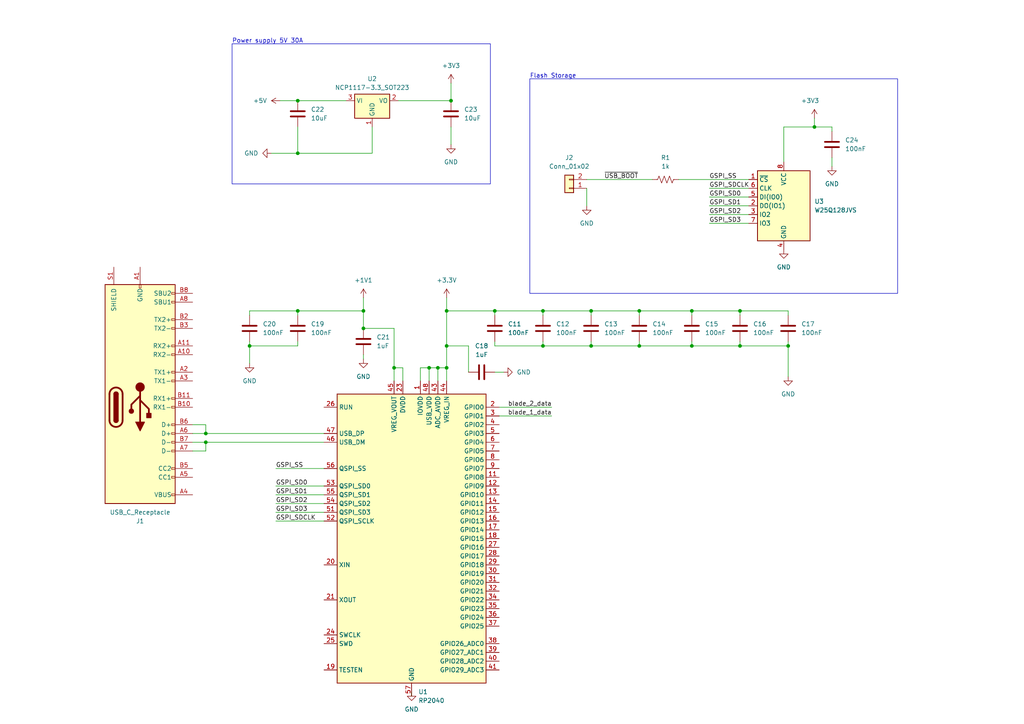
<source format=kicad_sch>
(kicad_sch (version 20230121) (generator eeschema)
  (paper "A4")
  (lib_symbols
    (symbol "Connector:USB_C_Receptacle" (pin_names (offset 1.016))
      (property "Reference" "J" (at -10.16 29.21 0))
      (property "Value" "USB_C_Receptacle" (at 10.16 29.21 0))
      (symbol "USB_C_Receptacle_0_0"
        (rectangle (start -0.254 -35.56) (end 0.254 -34.544))
        (rectangle (start 10.16 -32.766) (end 9.144 -33.274))
        (rectangle (start 10.16 -30.226) (end 9.144 -30.734))
        (rectangle (start 10.16 -25.146) (end 9.144 -25.654))
        (rectangle (start 10.16 -22.606) (end 9.144 -23.114))
        (rectangle (start 10.16 -17.526) (end 9.144 -18.034))
        (rectangle (start 10.16 -14.986) (end 9.144 -15.494))
        (rectangle (start 10.16 -9.906) (end 9.144 -10.414))
        (rectangle (start 10.16 -7.366) (end 9.144 -7.874))
        (rectangle (start 10.16 -2.286) (end 9.144 -2.794))
        (rectangle (start 10.16 0.254) (end 9.144 -0.254))
        (rectangle (start 10.16 5.334) (end 9.144 4.826))
        (rectangle (start 10.16 7.874) (end 9.144 7.366))
        (rectangle (start 10.16 10.414) (end 9.144 9.906))
        (rectangle (start 10.16 12.954) (end 9.144 12.446))
        (rectangle (start 10.16 18.034) (end 9.144 17.526))
        (rectangle (start 10.16 20.574) (end 9.144 20.066))
        (rectangle (start 10.16 25.654) (end 9.144 25.146))
      )
      (symbol "USB_C_Receptacle_0_1"
        (rectangle (start -10.16 27.94) (end 10.16 -35.56) (stroke (width 0.254)) (fill (type background)))
        (arc (start -8.89 -3.81) (mid -6.985 -5.7067) (end -5.08 -3.81) (stroke (width 0.508)))
        (arc (start -7.62 -3.81) (mid -6.985 -4.4423) (end -6.35 -3.81) (stroke (width 0.254)))
        (arc (start -7.62 -3.81) (mid -6.985 -4.4423) (end -6.35 -3.81) (stroke (width 0.254)) (fill (type outline)))
        (rectangle (start -7.62 -3.81) (end -6.35 3.81) (stroke (width 0.254)) (fill (type outline)))
        (arc (start -6.35 3.81) (mid -6.985 4.4423) (end -7.62 3.81) (stroke (width 0.254)))
        (arc (start -6.35 3.81) (mid -6.985 4.4423) (end -7.62 3.81) (stroke (width 0.254)) (fill (type outline)))
        (arc (start -5.08 3.81) (mid -6.985 5.7067) (end -8.89 3.81) (stroke (width 0.508)))
        (polyline (pts (xy -8.89 -3.81) (xy -8.89 3.81)) (stroke (width 0.508)))
        (polyline (pts (xy -5.08 3.81) (xy -5.08 -3.81)) (stroke (width 0.508)))
      )
      (symbol "USB_C_Receptacle_1_1"
        (circle (center -2.54 1.143) (radius 0.635) (stroke (width 0.254)) (fill (type outline)))
        (circle (center 0 -5.842) (radius 1.27) (fill (type outline)))
        (polyline (pts (xy 0 -5.842) (xy 0 4.318)) (stroke (width 0.508)))
        (polyline (pts (xy 0 -3.302) (xy -2.54 -0.762) (xy -2.54 0.508)) (stroke (width 0.508)))
        (polyline (pts (xy 0 -2.032) (xy 2.54 0.508) (xy 2.54 1.778)) (stroke (width 0.508)))
        (polyline (pts (xy -1.27 4.318) (xy 0 6.858) (xy 1.27 4.318) (xy -1.27 4.318)) (stroke (width 0.254)) (fill (type outline)))
        (rectangle (start 1.905 1.778) (end 3.175 3.048) (stroke (width 0.254)) (fill (type outline)))
        (pin passive line (at 0 -40.64 90) (length 5.08) (name "GND") (number "A1"))
        (pin bidirectional line (at 15.24 -15.24 180) (length 5.08) (name "RX2-") (number "A10"))
        (pin bidirectional line (at 15.24 -17.78 180) (length 5.08) (name "RX2+") (number "A11"))
        (pin passive line (at 0 -40.64 90) (length 5.08) hide (name "GND") (number "A12"))
        (pin bidirectional line (at 15.24 -10.16 180) (length 5.08) (name "TX1+") (number "A2"))
        (pin bidirectional line (at 15.24 -7.62 180) (length 5.08) (name "TX1-") (number "A3"))
        (pin passive line (at 15.24 25.4 180) (length 5.08) (name "VBUS") (number "A4"))
        (pin bidirectional line (at 15.24 20.32 180) (length 5.08) (name "CC1") (number "A5"))
        (pin bidirectional line (at 15.24 7.62 180) (length 5.08) (name "D+") (number "A6"))
        (pin bidirectional line (at 15.24 12.7 180) (length 5.08) (name "D-") (number "A7"))
        (pin bidirectional line (at 15.24 -30.48 180) (length 5.08) (name "SBU1") (number "A8"))
        (pin passive line (at 15.24 25.4 180) (length 5.08) hide (name "VBUS") (number "A9"))
        (pin passive line (at 0 -40.64 90) (length 5.08) hide (name "GND") (number "B1"))
        (pin bidirectional line (at 15.24 0 180) (length 5.08) (name "RX1-") (number "B10"))
        (pin bidirectional line (at 15.24 -2.54 180) (length 5.08) (name "RX1+") (number "B11"))
        (pin passive line (at 0 -40.64 90) (length 5.08) hide (name "GND") (number "B12"))
        (pin bidirectional line (at 15.24 -25.4 180) (length 5.08) (name "TX2+") (number "B2"))
        (pin bidirectional line (at 15.24 -22.86 180) (length 5.08) (name "TX2-") (number "B3"))
        (pin passive line (at 15.24 25.4 180) (length 5.08) hide (name "VBUS") (number "B4"))
        (pin bidirectional line (at 15.24 17.78 180) (length 5.08) (name "CC2") (number "B5"))
        (pin bidirectional line (at 15.24 5.08 180) (length 5.08) (name "D+") (number "B6"))
        (pin bidirectional line (at 15.24 10.16 180) (length 5.08) (name "D-") (number "B7"))
        (pin bidirectional line (at 15.24 -33.02 180) (length 5.08) (name "SBU2") (number "B8"))
        (pin passive line (at 15.24 25.4 180) (length 5.08) hide (name "VBUS") (number "B9"))
        (pin passive line (at -7.62 -40.64 90) (length 5.08) (name "SHIELD") (number "S1"))
      )
    )
    (symbol "Connector_Generic:Conn_01x02" (pin_names (offset 1.016) hide)
      (property "Reference" "J" (at 0 2.54 0))
      (property "Value" "Conn_01x02" (at 0 -5.08 0))
      (symbol "Conn_01x02_1_1"
        (rectangle (start -1.27 -2.413) (end 0 -2.667) (stroke (width 0.1524)))
        (rectangle (start -1.27 0.127) (end 0 -0.127) (stroke (width 0.1524)))
        (rectangle (start -1.27 1.27) (end 1.27 -3.81) (stroke (width 0.254)) (fill (type background)))
        (pin passive line (at -5.08 0 0) (length 3.81) (name "Pin_1") (number "1"))
        (pin passive line (at -5.08 -2.54 0) (length 3.81) (name "Pin_2") (number "2"))
      )
    )
    (symbol "Device:C" (pin_numbers hide) (pin_names (offset 0.254))
      (property "Reference" "C" (at 0.635 2.54 0))
      (property "Value" "C" (at 0.635 -2.54 0))
      (symbol "C_0_1"
        (polyline (pts (xy -2.032 -0.762) (xy 2.032 -0.762)) (stroke (width 0.508)))
        (polyline (pts (xy -2.032 0.762) (xy 2.032 0.762)) (stroke (width 0.508)))
      )
      (symbol "C_1_1"
        (pin passive line (at 0 3.81 270) (length 2.794) (name "~") (number "1"))
        (pin passive line (at 0 -3.81 90) (length 2.794) (name "~") (number "2"))
      )
    )
    (symbol "Device:R_US" (pin_numbers hide) (pin_names (offset 0))
      (property "Reference" "R" (at 2.54 0 90))
      (property "Value" "R_US" (at -2.54 0 90))
      (symbol "R_US_0_1"
        (polyline (pts (xy 0 -2.286) (xy 0 -2.54)))
        (polyline (pts (xy 0 2.286) (xy 0 2.54)))
        (polyline (pts (xy 0 -0.762) (xy 1.016 -1.143) (xy 0 -1.524) (xy -1.016 -1.905) (xy 0 -2.286)))
        (polyline (pts (xy 0 0.762) (xy 1.016 0.381) (xy 0 0) (xy -1.016 -0.381) (xy 0 -0.762)))
        (polyline (pts (xy 0 2.286) (xy 1.016 1.905) (xy 0 1.524) (xy -1.016 1.143) (xy 0 0.762)))
      )
      (symbol "R_US_1_1"
        (pin passive line (at 0 3.81 270) (length 1.27) (name "~") (number "1"))
        (pin passive line (at 0 -3.81 90) (length 1.27) (name "~") (number "2"))
      )
    )
    (symbol "MCU_RaspberryPi:RP2040"
      (property "Reference" "U" (at 17.78 45.72 0))
      (property "Value" "RP2040" (at 17.78 43.18 0))
      (symbol "RP2040_0_1"
        (rectangle (start -21.59 41.91) (end 21.59 -41.91) (stroke (width 0.254)) (fill (type background)))
      )
      (symbol "RP2040_1_1"
        (pin power_in line (at 2.54 45.72 270) (length 3.81) (name "IOVDD") (number "1"))
        (pin passive line (at 2.54 45.72 270) (length 3.81) hide (name "IOVDD") (number "10"))
        (pin bidirectional line (at 25.4 17.78 180) (length 3.81) (name "GPIO8") (number "11"))
        (pin bidirectional line (at 25.4 15.24 180) (length 3.81) (name "GPIO9") (number "12"))
        (pin bidirectional line (at 25.4 12.7 180) (length 3.81) (name "GPIO10") (number "13"))
        (pin bidirectional line (at 25.4 10.16 180) (length 3.81) (name "GPIO11") (number "14"))
        (pin bidirectional line (at 25.4 7.62 180) (length 3.81) (name "GPIO12") (number "15"))
        (pin bidirectional line (at 25.4 5.08 180) (length 3.81) (name "GPIO13") (number "16"))
        (pin bidirectional line (at 25.4 2.54 180) (length 3.81) (name "GPIO14") (number "17"))
        (pin bidirectional line (at 25.4 0 180) (length 3.81) (name "GPIO15") (number "18"))
        (pin input line (at -25.4 -38.1 0) (length 3.81) (name "TESTEN") (number "19"))
        (pin bidirectional line (at 25.4 38.1 180) (length 3.81) (name "GPIO0") (number "2"))
        (pin input line (at -25.4 -7.62 0) (length 3.81) (name "XIN") (number "20"))
        (pin passive line (at -25.4 -17.78 0) (length 3.81) (name "XOUT") (number "21"))
        (pin passive line (at 2.54 45.72 270) (length 3.81) hide (name "IOVDD") (number "22"))
        (pin power_in line (at -2.54 45.72 270) (length 3.81) (name "DVDD") (number "23"))
        (pin input line (at -25.4 -27.94 0) (length 3.81) (name "SWCLK") (number "24"))
        (pin bidirectional line (at -25.4 -30.48 0) (length 3.81) (name "SWD") (number "25"))
        (pin input line (at -25.4 38.1 0) (length 3.81) (name "RUN") (number "26"))
        (pin bidirectional line (at 25.4 -2.54 180) (length 3.81) (name "GPIO16") (number "27"))
        (pin bidirectional line (at 25.4 -5.08 180) (length 3.81) (name "GPIO17") (number "28"))
        (pin bidirectional line (at 25.4 -7.62 180) (length 3.81) (name "GPIO18") (number "29"))
        (pin bidirectional line (at 25.4 35.56 180) (length 3.81) (name "GPIO1") (number "3"))
        (pin bidirectional line (at 25.4 -10.16 180) (length 3.81) (name "GPIO19") (number "30"))
        (pin bidirectional line (at 25.4 -12.7 180) (length 3.81) (name "GPIO20") (number "31"))
        (pin bidirectional line (at 25.4 -15.24 180) (length 3.81) (name "GPIO21") (number "32"))
        (pin passive line (at 2.54 45.72 270) (length 3.81) hide (name "IOVDD") (number "33"))
        (pin bidirectional line (at 25.4 -17.78 180) (length 3.81) (name "GPIO22") (number "34"))
        (pin bidirectional line (at 25.4 -20.32 180) (length 3.81) (name "GPIO23") (number "35"))
        (pin bidirectional line (at 25.4 -22.86 180) (length 3.81) (name "GPIO24") (number "36"))
        (pin bidirectional line (at 25.4 -25.4 180) (length 3.81) (name "GPIO25") (number "37"))
        (pin bidirectional line (at 25.4 -30.48 180) (length 3.81) (name "GPIO26_ADC0") (number "38"))
        (pin bidirectional line (at 25.4 -33.02 180) (length 3.81) (name "GPIO27_ADC1") (number "39"))
        (pin bidirectional line (at 25.4 33.02 180) (length 3.81) (name "GPIO2") (number "4"))
        (pin bidirectional line (at 25.4 -35.56 180) (length 3.81) (name "GPIO28_ADC2") (number "40"))
        (pin bidirectional line (at 25.4 -38.1 180) (length 3.81) (name "GPIO29_ADC3") (number "41"))
        (pin passive line (at 2.54 45.72 270) (length 3.81) hide (name "IOVDD") (number "42"))
        (pin power_in line (at 7.62 45.72 270) (length 3.81) (name "ADC_AVDD") (number "43"))
        (pin power_in line (at 10.16 45.72 270) (length 3.81) (name "VREG_IN") (number "44"))
        (pin power_out line (at -5.08 45.72 270) (length 3.81) (name "VREG_VOUT") (number "45"))
        (pin bidirectional line (at -25.4 27.94 0) (length 3.81) (name "USB_DM") (number "46"))
        (pin bidirectional line (at -25.4 30.48 0) (length 3.81) (name "USB_DP") (number "47"))
        (pin power_in line (at 5.08 45.72 270) (length 3.81) (name "USB_VDD") (number "48"))
        (pin passive line (at 2.54 45.72 270) (length 3.81) hide (name "IOVDD") (number "49"))
        (pin bidirectional line (at 25.4 30.48 180) (length 3.81) (name "GPIO3") (number "5"))
        (pin passive line (at -2.54 45.72 270) (length 3.81) hide (name "DVDD") (number "50"))
        (pin bidirectional line (at -25.4 7.62 0) (length 3.81) (name "QSPI_SD3") (number "51"))
        (pin output line (at -25.4 5.08 0) (length 3.81) (name "QSPI_SCLK") (number "52"))
        (pin bidirectional line (at -25.4 15.24 0) (length 3.81) (name "QSPI_SD0") (number "53"))
        (pin bidirectional line (at -25.4 10.16 0) (length 3.81) (name "QSPI_SD2") (number "54"))
        (pin bidirectional line (at -25.4 12.7 0) (length 3.81) (name "QSPI_SD1") (number "55"))
        (pin bidirectional line (at -25.4 20.32 0) (length 3.81) (name "QSPI_SS") (number "56"))
        (pin power_in line (at 0 -45.72 90) (length 3.81) (name "GND") (number "57"))
        (pin bidirectional line (at 25.4 27.94 180) (length 3.81) (name "GPIO4") (number "6"))
        (pin bidirectional line (at 25.4 25.4 180) (length 3.81) (name "GPIO5") (number "7"))
        (pin bidirectional line (at 25.4 22.86 180) (length 3.81) (name "GPIO6") (number "8"))
        (pin bidirectional line (at 25.4 20.32 180) (length 3.81) (name "GPIO7") (number "9"))
      )
    )
    (symbol "Memory_Flash:W25Q128JVS"
      (property "Reference" "U" (at -8.89 8.89 0))
      (property "Value" "W25Q128JVS" (at 7.62 8.89 0))
      (symbol "W25Q128JVS_0_1"
        (rectangle (start -7.62 10.16) (end 7.62 -10.16) (stroke (width 0.254)) (fill (type background)))
      )
      (symbol "W25Q128JVS_1_1"
        (pin input line (at -10.16 7.62 0) (length 2.54) (name "~{CS}") (number "1"))
        (pin bidirectional line (at -10.16 0 0) (length 2.54) (name "DO(IO1)") (number "2"))
        (pin bidirectional line (at -10.16 -2.54 0) (length 2.54) (name "IO2") (number "3"))
        (pin power_in line (at 0 -12.7 90) (length 2.54) (name "GND") (number "4"))
        (pin bidirectional line (at -10.16 2.54 0) (length 2.54) (name "DI(IO0)") (number "5"))
        (pin input line (at -10.16 5.08 0) (length 2.54) (name "CLK") (number "6"))
        (pin bidirectional line (at -10.16 -5.08 0) (length 2.54) (name "IO3") (number "7"))
        (pin power_in line (at 0 12.7 270) (length 2.54) (name "VCC") (number "8"))
      )
    )
    (symbol "Regulator_Linear:NCP1117-3.3_SOT223"
      (property "Reference" "U" (at -3.81 3.175 0))
      (property "Value" "NCP1117-3.3_SOT223" (at 0 3.175 0))
      (symbol "NCP1117-3.3_SOT223_0_1"
        (rectangle (start -5.08 -5.08) (end 5.08 1.905) (stroke (width 0.254)) (fill (type background)))
      )
      (symbol "NCP1117-3.3_SOT223_1_1"
        (pin power_in line (at 0 -7.62 90) (length 2.54) (name "GND") (number "1"))
        (pin power_out line (at 7.62 0 180) (length 2.54) (name "VO") (number "2"))
        (pin power_in line (at -7.62 0 0) (length 2.54) (name "VI") (number "3"))
      )
    )
    (symbol "power:+1V1" (power) (pin_names (offset 0))
      (property "Value" "+1V1" (at 0 3.556 0))
      (symbol "+1V1_0_1"
        (polyline (pts (xy -0.762 1.27) (xy 0 2.54)))
        (polyline (pts (xy 0 0) (xy 0 2.54)))
        (polyline (pts (xy 0 2.54) (xy 0.762 1.27)))
      )
      (symbol "+1V1_1_1"
        (pin power_in line (at 0 0 90) (length 0) hide (name "+1V1") (number "1"))
      )
    )
    (symbol "power:+3.3V" (power) (pin_names (offset 0))
      (property "Value" "+3.3V" (at 0 3.556 0))
      (symbol "+3.3V_0_1"
        (polyline (pts (xy -0.762 1.27) (xy 0 2.54)))
        (polyline (pts (xy 0 0) (xy 0 2.54)))
        (polyline (pts (xy 0 2.54) (xy 0.762 1.27)))
      )
      (symbol "+3.3V_1_1"
        (pin power_in line (at 0 0 90) (length 0) hide (name "+3.3V") (number "1"))
      )
    )
    (symbol "power:+3V3" (power) (pin_names (offset 0))
      (property "Value" "+3V3" (at 0 3.556 0))
      (symbol "+3V3_0_1"
        (polyline (pts (xy -0.762 1.27) (xy 0 2.54)))
        (polyline (pts (xy 0 0) (xy 0 2.54)))
        (polyline (pts (xy 0 2.54) (xy 0.762 1.27)))
      )
      (symbol "+3V3_1_1"
        (pin power_in line (at 0 0 90) (length 0) hide (name "+3V3") (number "1"))
      )
    )
    (symbol "power:+5V" (power) (pin_names (offset 0))
      (property "Value" "+5V" (at 0 3.556 0))
      (symbol "+5V_0_1"
        (polyline (pts (xy -0.762 1.27) (xy 0 2.54)))
        (polyline (pts (xy 0 0) (xy 0 2.54)))
        (polyline (pts (xy 0 2.54) (xy 0.762 1.27)))
      )
      (symbol "+5V_1_1"
        (pin power_in line (at 0 0 90) (length 0) hide (name "+5V") (number "1"))
      )
    )
    (symbol "power:GND" (power) (pin_names (offset 0))
      (property "Value" "GND" (at 0 -3.81 0))
      (symbol "GND_0_1"
        (polyline (pts (xy 0 0) (xy 0 -1.27) (xy 1.27 -1.27) (xy 0 -2.54) (xy -1.27 -1.27) (xy 0 -1.27)))
      )
      (symbol "GND_1_1"
        (pin power_in line (at 0 0 270) (length 0) hide (name "GND") (number "1"))
      )
    )
  )
  (junction (at 228.6 100.33))
  (junction (at 157.48 90.17))
  (junction (at 214.63 100.33))
  (junction (at 59.69 128.27))
  (junction (at 86.36 29.21))
  (junction (at 127 106.68))
  (junction (at 185.42 90.17))
  (junction (at 86.36 90.17))
  (junction (at 124.46 106.68))
  (junction (at 105.41 90.17))
  (junction (at 157.48 100.33))
  (junction (at 200.66 90.17))
  (junction (at 129.54 100.33))
  (junction (at 214.63 90.17))
  (junction (at 129.54 106.68))
  (junction (at 129.54 90.17))
  (junction (at 143.51 90.17))
  (junction (at 59.69 125.73))
  (junction (at 86.36 44.45))
  (junction (at 171.45 90.17))
  (junction (at 72.39 100.33))
  (junction (at 130.81 29.21))
  (junction (at 200.66 100.33))
  (junction (at 171.45 100.33))
  (junction (at 114.3 106.68))
  (junction (at 105.41 95.25))
  (junction (at 236.22 36.83))
  (junction (at 185.42 100.33))
  (wire (pts (xy 129.54 90.17) (xy 143.51 90.17)))
  (wire (pts (xy 227.33 36.83) (xy 227.33 46.99)))
  (wire (pts (xy 200.66 91.44) (xy 200.66 90.17)))
  (wire (pts (xy 80.01 135.89) (xy 93.98 135.89)))
  (wire (pts (xy 157.48 91.44) (xy 157.48 90.17)))
  (wire (pts (xy 80.01 151.13) (xy 93.98 151.13)))
  (wire (pts (xy 227.33 36.83) (xy 236.22 36.83)))
  (wire (pts (xy 127 106.68) (xy 124.46 106.68)))
  (wire (pts (xy 185.42 100.33) (xy 185.42 99.06)))
  (wire (pts (xy 130.81 24.13) (xy 130.81 29.21)))
  (wire (pts (xy 59.69 123.19) (xy 59.69 125.73)))
  (wire (pts (xy 130.81 36.83) (xy 130.81 41.91)))
  (wire (pts (xy 171.45 100.33) (xy 185.42 100.33)))
  (wire (pts (xy 59.69 128.27) (xy 93.98 128.27)))
  (wire (pts (xy 143.51 90.17) (xy 157.48 90.17)))
  (wire (pts (xy 80.01 143.51) (xy 93.98 143.51)))
  (wire (pts (xy 205.74 62.23) (xy 217.17 62.23)))
  (wire (pts (xy 107.95 44.45) (xy 107.95 36.83)))
  (wire (pts (xy 78.74 44.45) (xy 86.36 44.45)))
  (wire (pts (xy 86.36 29.21) (xy 100.33 29.21)))
  (wire (pts (xy 214.63 91.44) (xy 214.63 90.17)))
  (wire (pts (xy 124.46 106.68) (xy 124.46 110.49)))
  (wire (pts (xy 72.39 100.33) (xy 72.39 105.41)))
  (wire (pts (xy 105.41 95.25) (xy 114.3 95.25)))
  (wire (pts (xy 105.41 102.87) (xy 105.41 104.14)))
  (wire (pts (xy 143.51 100.33) (xy 157.48 100.33)))
  (wire (pts (xy 170.18 54.61) (xy 170.18 59.69)))
  (wire (pts (xy 86.36 44.45) (xy 107.95 44.45)))
  (wire (pts (xy 143.51 107.95) (xy 146.05 107.95)))
  (wire (pts (xy 59.69 125.73) (xy 93.98 125.73)))
  (wire (pts (xy 170.18 52.07) (xy 189.23 52.07)))
  (wire (pts (xy 214.63 100.33) (xy 214.63 99.06)))
  (wire (pts (xy 114.3 106.68) (xy 114.3 110.49)))
  (wire (pts (xy 157.48 100.33) (xy 171.45 100.33)))
  (wire (pts (xy 236.22 36.83) (xy 241.3 36.83)))
  (wire (pts (xy 228.6 100.33) (xy 228.6 109.22)))
  (wire (pts (xy 205.74 64.77) (xy 217.17 64.77)))
  (wire (pts (xy 200.66 100.33) (xy 200.66 99.06)))
  (wire (pts (xy 205.74 57.15) (xy 217.17 57.15)))
  (wire (pts (xy 144.78 118.11) (xy 160.02 118.11)))
  (wire (pts (xy 129.54 100.33) (xy 129.54 106.68)))
  (wire (pts (xy 121.92 106.68) (xy 121.92 110.49)))
  (wire (pts (xy 86.36 100.33) (xy 86.36 99.06)))
  (wire (pts (xy 116.84 106.68) (xy 116.84 110.49)))
  (wire (pts (xy 228.6 100.33) (xy 228.6 99.06)))
  (wire (pts (xy 119.38 201.93) (xy 119.38 200.66)))
  (wire (pts (xy 86.36 100.33) (xy 72.39 100.33)))
  (wire (pts (xy 171.45 100.33) (xy 171.45 99.06)))
  (wire (pts (xy 214.63 100.33) (xy 228.6 100.33)))
  (wire (pts (xy 185.42 90.17) (xy 200.66 90.17)))
  (wire (pts (xy 114.3 106.68) (xy 116.84 106.68)))
  (wire (pts (xy 157.48 100.33) (xy 157.48 99.06)))
  (wire (pts (xy 59.69 128.27) (xy 55.88 128.27)))
  (wire (pts (xy 59.69 130.81) (xy 59.69 128.27)))
  (wire (pts (xy 228.6 90.17) (xy 214.63 90.17)))
  (wire (pts (xy 59.69 130.81) (xy 55.88 130.81)))
  (wire (pts (xy 129.54 100.33) (xy 135.89 100.33)))
  (wire (pts (xy 171.45 91.44) (xy 171.45 90.17)))
  (wire (pts (xy 236.22 34.29) (xy 236.22 36.83)))
  (wire (pts (xy 72.39 91.44) (xy 72.39 90.17)))
  (wire (pts (xy 81.28 29.21) (xy 86.36 29.21)))
  (wire (pts (xy 200.66 100.33) (xy 214.63 100.33)))
  (wire (pts (xy 129.54 90.17) (xy 129.54 100.33)))
  (wire (pts (xy 129.54 86.36) (xy 129.54 90.17)))
  (wire (pts (xy 241.3 36.83) (xy 241.3 38.1)))
  (wire (pts (xy 143.51 91.44) (xy 143.51 90.17)))
  (wire (pts (xy 86.36 91.44) (xy 86.36 90.17)))
  (wire (pts (xy 105.41 90.17) (xy 105.41 95.25)))
  (wire (pts (xy 185.42 100.33) (xy 200.66 100.33)))
  (wire (pts (xy 205.74 54.61) (xy 217.17 54.61)))
  (wire (pts (xy 196.85 52.07) (xy 217.17 52.07)))
  (wire (pts (xy 241.3 48.26) (xy 241.3 45.72)))
  (wire (pts (xy 157.48 90.17) (xy 171.45 90.17)))
  (wire (pts (xy 72.39 100.33) (xy 72.39 99.06)))
  (wire (pts (xy 228.6 90.17) (xy 228.6 91.44)))
  (wire (pts (xy 55.88 125.73) (xy 59.69 125.73)))
  (wire (pts (xy 129.54 106.68) (xy 127 106.68)))
  (wire (pts (xy 72.39 90.17) (xy 86.36 90.17)))
  (wire (pts (xy 144.78 120.65) (xy 160.02 120.65)))
  (wire (pts (xy 80.01 140.97) (xy 93.98 140.97)))
  (wire (pts (xy 143.51 100.33) (xy 143.51 99.06)))
  (wire (pts (xy 114.3 106.68) (xy 114.3 95.25)))
  (wire (pts (xy 55.88 123.19) (xy 59.69 123.19)))
  (wire (pts (xy 80.01 146.05) (xy 93.98 146.05)))
  (wire (pts (xy 124.46 106.68) (xy 121.92 106.68)))
  (wire (pts (xy 105.41 90.17) (xy 86.36 90.17)))
  (wire (pts (xy 105.41 86.36) (xy 105.41 90.17)))
  (wire (pts (xy 171.45 90.17) (xy 185.42 90.17)))
  (wire (pts (xy 86.36 36.83) (xy 86.36 44.45)))
  (wire (pts (xy 185.42 91.44) (xy 185.42 90.17)))
  (wire (pts (xy 135.89 100.33) (xy 135.89 107.95)))
  (wire (pts (xy 127 106.68) (xy 127 110.49)))
  (wire (pts (xy 80.01 148.59) (xy 93.98 148.59)))
  (wire (pts (xy 115.57 29.21) (xy 130.81 29.21)))
  (wire (pts (xy 200.66 90.17) (xy 214.63 90.17)))
  (wire (pts (xy 205.74 59.69) (xy 217.17 59.69)))
  (wire (pts (xy 129.54 106.68) (xy 129.54 110.49)))
  (rectangle (start 67.31 12.7) (end 142.24 53.34))
  (rectangle (start 153.67 22.86) (end 260.35 85.09))
  (text "Flash Storage" (at 153.67 22.86 0) (effects (font (size 1.27 1.27)) (justify left bottom)))
  (text "Power supply 5V 30A" (at 67.31 12.7 0) (effects (font (size 1.27 1.27)) (justify left bottom)))
  (label "GSPI_SD2" (at 80.01 146.05 0))
  (label "GSPI_SD0" (at 205.74 57.15 0))
  (label "GSPI_SD3" (at 80.01 148.59 0))
  (label "GSPI_SD3" (at 205.74 64.77 0))
  (label "GSPI_SD1" (at 80.01 143.51 0))
  (label "GSPI_SS" (at 80.01 135.89 0))
  (label "blade_1_data" (at 160.02 120.65 180))
  (label "~{USB_BOOT}" (at 175.26 52.07 0))
  (label "GSPI_SD1" (at 205.74 59.69 0))
  (label "GSPI_SDCLK" (at 80.01 151.13 0))
  (label "GSPI_SD2" (at 205.74 62.23 0))
  (label "blade_2_data" (at 147.32 118.11 0))
  (label "GSPI_SD0" (at 80.01 140.97 0))
  (label "GSPI_SS" (at 205.74 52.07 0))
  (label "GSPI_SDCLK" (at 205.74 54.61 0))
  (symbol (lib_id "Device:C") (at 200.66 95.25 0) (unit 1)
    (property "Reference" "C15" (at 204.47 93.98 0) (effects (justify left)))
    (property "Value" "100nF" (at 204.47 96.52 0) (effects (justify left)))
    (instances (project "arm" (path "" (reference "C15") (unit 1)) (path "" (reference "C21") (unit 1))))
  )
  (symbol (lib_id "Device:C") (at 171.45 95.25 0) (unit 1)
    (property "Reference" "C13" (at 175.26 93.98 0) (effects (justify left)))
    (property "Value" "100nF" (at 175.26 96.52 0) (effects (justify left)))
    (instances (project "arm" (path "" (reference "C13") (unit 1)) (path "" (reference "C19") (unit 1))))
  )
  (symbol (lib_id "power:GND") (at 228.6 109.22 0) (unit 1)
    (property "Reference" "#PWR017" (effects hide))
    (property "Value" "GND" (at 228.6 114.3 0))
    (instances (project "arm" (path "" (reference "#PWR017") (unit 1)) (path "" (reference "#PWR027") (unit 1))))
  )
  (symbol (lib_id "MCU_RaspberryPi:RP2040") (at 119.38 156.21 0) (unit 1)
    (property "Reference" "U1" (at 121.3359 200.66 0) (effects (justify left)))
    (property "Value" "RP2040" (at 121.3359 203.2 0) (effects (justify left)))
    (property "Footprint" "Package_DFN_QFN:QFN-56-1EP_7x7mm_P0.4mm_EP3.2x3.2mm" (effects hide))
    (property "Datasheet" "https://datasheets.raspberrypi.com/rp2040/rp2040-datasheet.pdf" (effects hide))
    (instances (project "arm" (path "" (reference "U1") (unit 1)) (path "" (reference "U2") (unit 1))))
  )
  (symbol (lib_id "power:GND") (at 227.33 72.39 0) (unit 1)
    (property "Reference" "#PWR029" (effects hide))
    (property "Value" "GND" (at 227.33 77.47 0))
    (instances (project "arm" (path "" (reference "#PWR029") (unit 1)) (path "" (reference "#PWR026") (unit 1))))
  )
  (symbol (lib_id "power:GND") (at 72.39 105.41 0) (unit 1)
    (property "Reference" "#PWR020" (effects hide))
    (property "Value" "GND" (at 72.39 110.49 0))
    (instances (project "arm" (path "" (reference "#PWR020") (unit 1)) (path "" (reference "#PWR015") (unit 1))))
  )
  (symbol (lib_id "power:+5V") (at 81.28 29.21 90) (unit 1)
    (property "Reference" "#PWR022" (effects hide))
    (property "Value" "+5V" (at 77.47 29.21 90) (effects (justify left)))
    (instances (project "arm" (path "" (reference "#PWR022") (unit 1)) (path "" (reference "#PWR017") (unit 1))))
  )
  (symbol (lib_id "power:GND") (at 119.38 200.66 0) (unit 1)
    (property "Reference" "#PWR015" (effects hide))
    (property "Value" "GND" (at 119.38 205.74 0))
    (instances (project "arm" (path "" (reference "#PWR015") (unit 1)) (path "" (reference "#PWR020") (unit 1))))
  )
  (symbol (lib_id "Device:C") (at 72.39 95.25 0) (unit 1)
    (property "Reference" "C20" (at 76.2 93.98 0) (effects (justify left)))
    (property "Value" "100nF" (at 76.2 96.52 0) (effects (justify left)))
    (instances (project "arm" (path "" (reference "C20") (unit 1)) (path "" (reference "C11") (unit 1))))
  )
  (symbol (lib_id "Device:C") (at 228.6 95.25 0) (unit 1)
    (property "Reference" "C17" (at 232.41 93.98 0) (effects (justify left)))
    (property "Value" "100nF" (at 232.41 96.52 0) (effects (justify left)))
    (instances (project "arm" (path "" (reference "C17") (unit 1)) (path "" (reference "C23") (unit 1))))
  )
  (symbol (lib_id "Memory_Flash:W25Q128JVS") (at 227.33 59.69 0) (unit 1)
    (property "Reference" "U3" (at 236.22 58.42 0) (effects (justify left)))
    (property "Value" "W25Q128JVS" (at 236.22 60.96 0) (effects (justify left)))
    (property "Footprint" "Package_SO:SOIC-8_5.23x5.23mm_P1.27mm" (effects hide))
    (property "Datasheet" "http://www.winbond.com/resource-files/w25q128jv_dtr%20revc%2003272018%20plus.pdf" (effects hide))
  )
  (symbol (lib_id "Device:C") (at 130.81 33.02 0) (unit 1)
    (property "Reference" "C23" (at 134.62 31.75 0) (effects (justify left)))
    (property "Value" "10uF" (at 134.62 34.29 0) (effects (justify left)))
    (instances (project "arm" (path "" (reference "C23") (unit 1)) (path "" (reference "C15") (unit 1))))
  )
  (symbol (lib_id "Device:C") (at 157.48 95.25 0) (unit 1)
    (property "Reference" "C12" (at 161.29 93.98 0) (effects (justify left)))
    (property "Value" "100nF" (at 161.29 96.52 0) (effects (justify left)))
    (instances (project "arm" (path "" (reference "C12") (unit 1)) (path "" (reference "C18") (unit 1))))
  )
  (symbol (lib_id "Device:R_US") (at 193.04 52.07 90) (unit 1)
    (property "Reference" "R1" (at 193.04 45.72 90))
    (property "Value" "1k" (at 193.04 48.26 90))
  )
  (symbol (lib_id "power:GND") (at 78.74 44.45 270) (unit 1)
    (property "Reference" "#PWR023" (effects hide))
    (property "Value" "GND" (at 74.93 44.45 90) (effects (justify right)))
    (instances (project "arm" (path "" (reference "#PWR023") (unit 1)) (path "" (reference "#PWR016") (unit 1))))
  )
  (symbol (lib_id "Connector:USB_C_Receptacle") (at 40.64 118.11 0) (mirror x) (unit 1)
    (property "Reference" "J1" (at 40.64 151.13 0))
    (property "Value" "USB_C_Receptacle" (at 40.64 148.59 0))
    (property "Datasheet" "https://www.usb.org/sites/default/files/documents/usb_type-c.zip" (effects hide))
  )
  (symbol (lib_id "Connector_Generic:Conn_01x02") (at 165.1 54.61 180) (unit 1)
    (property "Reference" "J2" (at 165.1 45.72 0))
    (property "Value" "Conn_01x02" (at 165.1 48.26 0))
  )
  (symbol (lib_id "power:+3.3V") (at 129.54 86.36 0) (unit 1)
    (property "Reference" "#PWR016" (effects hide))
    (property "Value" "+3.3V" (at 129.54 81.28 0))
    (instances (project "arm" (path "" (reference "#PWR016") (unit 1)) (path "" (reference "#PWR021") (unit 1))))
  )
  (symbol (lib_id "power:GND") (at 170.18 59.69 0) (unit 1)
    (property "Reference" "#PWR026" (effects hide))
    (property "Value" "GND" (at 170.18 64.77 0))
    (instances (project "arm" (path "" (reference "#PWR026") (unit 1)) (path "" (reference "#PWR025") (unit 1))))
  )
  (symbol (lib_id "Device:C") (at 86.36 95.25 0) (unit 1)
    (property "Reference" "C19" (at 90.17 93.98 0) (effects (justify left)))
    (property "Value" "100nF" (at 90.17 96.52 0) (effects (justify left)))
    (instances (project "arm" (path "" (reference "C19") (unit 1)) (path "" (reference "C13") (unit 1))))
  )
  (symbol (lib_id "Device:C") (at 105.41 99.06 180) (unit 1)
    (property "Reference" "C21" (at 109.22 97.79 0) (effects (justify right)))
    (property "Value" "1uF" (at 109.22 100.33 0) (effects (justify right)))
    (instances (project "arm" (path "" (reference "C21") (unit 1)) (path "" (reference "C14") (unit 1))))
  )
  (symbol (lib_id "Device:C") (at 86.36 33.02 0) (unit 1)
    (property "Reference" "C22" (at 90.17 31.75 0) (effects (justify left)))
    (property "Value" "10uF" (at 90.17 34.29 0) (effects (justify left)))
    (instances (project "arm" (path "" (reference "C22") (unit 1)) (path "" (reference "C12") (unit 1))))
  )
  (symbol (lib_id "Device:C") (at 214.63 95.25 0) (unit 1)
    (property "Reference" "C16" (at 218.44 93.98 0) (effects (justify left)))
    (property "Value" "100nF" (at 218.44 96.52 0) (effects (justify left)))
    (instances (project "arm" (path "" (reference "C16") (unit 1)) (path "" (reference "C22") (unit 1))))
  )
  (symbol (lib_id "power:GND") (at 146.05 107.95 90) (unit 1)
    (property "Reference" "#PWR018" (effects hide))
    (property "Value" "GND" (at 149.86 107.95 90) (effects (justify right)))
    (instances (project "arm" (path "" (reference "#PWR018") (unit 1)) (path "" (reference "#PWR024") (unit 1))))
  )
  (symbol (lib_id "Device:C") (at 241.3 41.91 0) (unit 1)
    (property "Reference" "C24" (at 245.11 40.64 0) (effects (justify left)))
    (property "Value" "100nF" (at 245.11 43.18 0) (effects (justify left)))
  )
  (symbol (lib_id "power:GND") (at 105.41 104.14 0) (unit 1)
    (property "Reference" "#PWR021" (effects hide))
    (property "Value" "GND" (at 105.41 109.22 0))
    (instances (project "arm" (path "" (reference "#PWR021") (unit 1)) (path "" (reference "#PWR019") (unit 1))))
  )
  (symbol (lib_id "power:+3V3") (at 236.22 34.29 0) (unit 1)
    (property "Reference" "#PWR027" (effects hide))
    (property "Value" "+3V3" (at 234.95 29.21 0))
    (instances (project "arm" (path "" (reference "#PWR027") (unit 1)) (path "" (reference "#PWR028") (unit 1))))
  )
  (symbol (lib_id "Device:C") (at 139.7 107.95 90) (unit 1)
    (property "Reference" "C18" (at 139.7 100.33 90))
    (property "Value" "1uF" (at 139.7 102.87 90))
    (instances (project "arm" (path "" (reference "C18") (unit 1)) (path "" (reference "C16") (unit 1))))
  )
  (symbol (lib_id "Regulator_Linear:NCP1117-3.3_SOT223") (at 107.95 29.21 0) (unit 1)
    (property "Reference" "U2" (at 107.95 22.86 0))
    (property "Value" "NCP1117-3.3_SOT223" (at 107.95 25.4 0))
    (property "Footprint" "Package_TO_SOT_SMD:SOT-223-3_TabPin2" (effects hide))
    (property "Datasheet" "http://www.onsemi.com/pub_link/Collateral/NCP1117-D.PDF" (effects hide))
    (instances (project "arm" (path "" (reference "U2") (unit 1)) (path "" (reference "U1") (unit 1))))
  )
  (symbol (lib_id "power:GND") (at 241.3 48.26 0) (unit 1)
    (property "Reference" "#PWR028" (effects hide))
    (property "Value" "GND" (at 241.3 53.34 0))
    (instances (project "arm" (path "" (reference "#PWR028") (unit 1)) (path "" (reference "#PWR029") (unit 1))))
  )
  (symbol (lib_id "power:+1V1") (at 105.41 86.36 0) (unit 1)
    (property "Reference" "#PWR019" (effects hide))
    (property "Value" "+1V1" (at 105.41 81.28 0))
    (instances (project "arm" (path "" (reference "#PWR019") (unit 1)) (path "" (reference "#PWR018") (unit 1))))
  )
  (symbol (lib_id "power:+3V3") (at 130.81 24.13 0) (unit 1)
    (property "Reference" "#PWR024" (effects hide))
    (property "Value" "+3V3" (at 130.81 19.05 0))
    (instances (project "arm" (path "" (reference "#PWR024") (unit 1)) (path "" (reference "#PWR022") (unit 1))))
  )
  (symbol (lib_id "Device:C") (at 185.42 95.25 0) (unit 1)
    (property "Reference" "C14" (at 189.23 93.98 0) (effects (justify left)))
    (property "Value" "100nF" (at 189.23 96.52 0) (effects (justify left)))
    (instances (project "arm" (path "" (reference "C14") (unit 1)) (path "" (reference "C20") (unit 1))))
  )
  (symbol (lib_id "Device:C") (at 143.51 95.25 0) (unit 1)
    (property "Reference" "C11" (at 147.32 93.98 0) (effects (justify left)))
    (property "Value" "100nF" (at 147.32 96.52 0) (effects (justify left)))
    (instances (project "arm" (path "" (reference "C11") (unit 1)) (path "" (reference "C17") (unit 1))))
  )
  (symbol (lib_id "power:GND") (at 130.81 41.91 0) (unit 1)
    (property "Reference" "#PWR025" (effects hide))
    (property "Value" "GND" (at 130.81 46.99 0))
    (instances (project "arm" (path "" (reference "#PWR025") (unit 1)) (path "" (reference "#PWR023") (unit 1))))
  )
)
</source>
